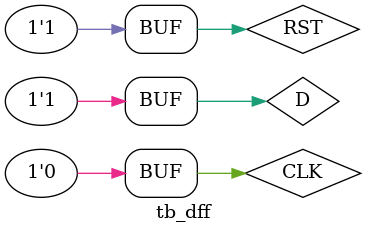
<source format=v>
module tb_dff;
    reg D, CLK, RST;

    wire Q, Qnot;

    dff DF1 (Q, Qnot, D, CLK, RST);

    initial begin
        $dumpfile("tb_dff.vcd");
        $dumpvars(0, tb_dff);
    end
    initial begin
        RST = 0;
        CLK = 0;
    #5  RST = 1;
        repeat (16)
    #5  CLK = ~CLK;
    end
    initial begin
        D = 1; #15
        D = 0; #15
        D = 0; #10
        D = 1;
    end
    endmodule
</source>
